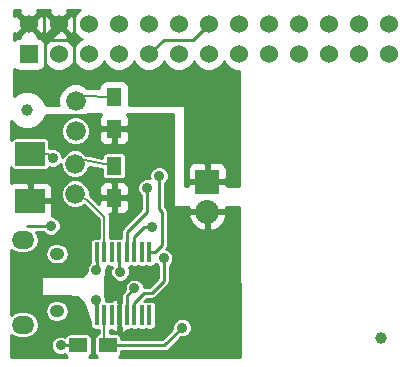
<source format=gtl>
G04 #@! TF.FileFunction,Copper,L1,Top,Signal*
%FSLAX46Y46*%
G04 Gerber Fmt 4.6, Leading zero omitted, Abs format (unit mm)*
G04 Created by KiCad (PCBNEW (after 2015-mar-04 BZR unknown)-product) date 8/7/2018 1:14:48 PM*
%MOMM*%
G01*
G04 APERTURE LIST*
%ADD10C,0.100000*%
%ADD11R,1.500000X1.250000*%
%ADD12R,2.500000X2.000000*%
%ADD13C,1.000000*%
%ADD14R,0.406400X1.651000*%
%ADD15R,1.524000X1.524000*%
%ADD16C,1.524000*%
%ADD17C,1.676400*%
%ADD18R,1.300000X1.500000*%
%ADD19R,2.032000X2.032000*%
%ADD20O,2.032000X2.032000*%
%ADD21O,1.900000X1.524000*%
%ADD22O,1.250000X1.050000*%
%ADD23C,0.889000*%
%ADD24C,0.254000*%
%ADD25C,0.203200*%
G04 APERTURE END LIST*
D10*
D11*
X8616000Y-29083000D03*
X6116000Y-29083000D03*
D12*
X2032000Y-16859000D03*
X2032000Y-12859000D03*
D13*
X1778000Y-9144000D03*
X31750000Y-28448000D03*
D14*
X10223500Y-21209000D03*
X9588500Y-21209000D03*
X8953500Y-21209000D03*
X8318500Y-21209000D03*
X12128500Y-26543000D03*
X12128500Y-21209000D03*
X11493500Y-21209000D03*
X10858500Y-21209000D03*
X7683500Y-26543000D03*
X8318500Y-26543000D03*
X8953500Y-26543000D03*
X9588500Y-26543000D03*
X10223500Y-26543000D03*
X10858500Y-26543000D03*
X7683500Y-21209000D03*
X11493500Y-26543000D03*
D15*
X1905000Y-4445000D03*
D16*
X1905000Y-1905000D03*
X4445000Y-4445000D03*
X4445000Y-1905000D03*
X6985000Y-4445000D03*
X6985000Y-1905000D03*
X9525000Y-4445000D03*
X9525000Y-1905000D03*
X12065000Y-4445000D03*
X12065000Y-1905000D03*
X14605000Y-4445000D03*
X14605000Y-1905000D03*
X17145000Y-4445000D03*
X17145000Y-1905000D03*
X19685000Y-4445000D03*
X19685000Y-1905000D03*
X22225000Y-4445000D03*
X22225000Y-1905000D03*
X24765000Y-4445000D03*
X24765000Y-1905000D03*
X27305000Y-4445000D03*
X27305000Y-1905000D03*
X29845000Y-4445000D03*
X29845000Y-1905000D03*
X32385000Y-4445000D03*
X32385000Y-1905000D03*
D17*
X5842000Y-13716000D03*
X5842000Y-16256000D03*
X5880000Y-8380000D03*
X5880000Y-10920000D03*
D18*
X9144000Y-16590000D03*
X9144000Y-13890000D03*
X9144000Y-10748000D03*
X9144000Y-8048000D03*
D19*
X17018000Y-15240000D03*
D20*
X17018000Y-17780000D03*
D21*
X1397000Y-27349000D03*
X1397000Y-20149000D03*
D22*
X4297000Y-26174000D03*
X4297000Y-21324000D03*
D23*
X3790000Y-18960000D03*
X12382500Y-19050000D03*
X14908000Y-27584000D03*
X9398000Y-24892000D03*
X5969000Y-25654000D03*
X7620000Y-25240000D03*
X7650000Y-22740000D03*
X3937000Y-13208000D03*
X4622800Y-29083000D03*
X10858500Y-24257000D03*
X9652000Y-22860000D03*
X11938000Y-15748000D03*
X13335000Y-21717000D03*
X12954000Y-14732000D03*
D24*
X3750000Y-19000000D02*
X3790000Y-18960000D01*
X1800000Y-19000000D02*
X3750000Y-19000000D01*
X10858500Y-21209000D02*
X10858500Y-19875500D01*
X11684000Y-19050000D02*
X12382500Y-19050000D01*
X10858500Y-19875500D02*
X11684000Y-19050000D01*
X8318500Y-29083000D02*
X13409000Y-29083000D01*
X13409000Y-29083000D02*
X14908000Y-27584000D01*
D25*
X8318500Y-26543000D02*
X8318500Y-29083000D01*
D24*
X4445000Y-1905000D02*
X4445000Y-2445000D01*
X4445000Y-2445000D02*
X3330000Y-3560000D01*
X3330000Y-3560000D02*
X3330000Y-5870000D01*
X3330000Y-5870000D02*
X3410000Y-5950000D01*
X3224000Y-3200000D02*
X3224000Y-914000D01*
X5764000Y-3200000D02*
X5764000Y-914000D01*
X3224000Y-3200000D02*
X5764000Y-3200000D01*
X5764000Y-3200000D02*
X5764000Y-5232000D01*
X1905000Y-1905000D02*
X1929000Y-1905000D01*
X1929000Y-1905000D02*
X3224000Y-3200000D01*
D25*
X9398000Y-24892000D02*
X9588500Y-25082500D01*
X9588500Y-25082500D02*
X9588500Y-26543000D01*
D24*
X7683500Y-25303500D02*
X7620000Y-25240000D01*
X7683500Y-26543000D02*
X7683500Y-25303500D01*
X7650000Y-22740000D02*
X7683500Y-22706500D01*
X7683500Y-22706500D02*
X7683500Y-21209000D01*
D25*
X2032000Y-12859000D02*
X3588000Y-12859000D01*
X3588000Y-12859000D02*
X3937000Y-13208000D01*
D24*
X6116000Y-29083000D02*
X4622800Y-29083000D01*
X5989000Y-29210000D02*
X6116000Y-29083000D01*
X12065000Y-4445000D02*
X12139000Y-4445000D01*
X12139000Y-4445000D02*
X13384000Y-3200000D01*
X13384000Y-3200000D02*
X15850000Y-3200000D01*
X15850000Y-3200000D02*
X17145000Y-1905000D01*
X9588500Y-22796500D02*
X9652000Y-22860000D01*
X9588500Y-21209000D02*
X9588500Y-22796500D01*
X10223500Y-24892000D02*
X10858500Y-24257000D01*
X10223500Y-24892000D02*
X10223500Y-26543000D01*
X9588500Y-21209000D02*
X9588500Y-22987000D01*
X10223500Y-21209000D02*
X10223500Y-19494500D01*
X11938000Y-17780000D02*
X11938000Y-15748000D01*
X10223500Y-19494500D02*
X11938000Y-17780000D01*
D25*
X6239500Y-13318500D02*
X5842000Y-13716000D01*
X9144000Y-13890000D02*
X6239500Y-13318500D01*
X6275500Y-7984500D02*
X5880000Y-8380000D01*
X9144000Y-8048000D02*
X6275500Y-7984500D01*
D24*
X5880000Y-10920000D02*
X5880000Y-10960000D01*
X11684000Y-24638000D02*
X12319000Y-24638000D01*
X12319000Y-24638000D02*
X13335000Y-23622000D01*
X13335000Y-23622000D02*
X13335000Y-21717000D01*
X10858500Y-25463500D02*
X11684000Y-24638000D01*
X10858500Y-26543000D02*
X10858500Y-25463500D01*
D25*
X8318500Y-21209000D02*
X8318500Y-18224500D01*
X6858000Y-16764000D02*
X5842000Y-16256000D01*
X8318500Y-18224500D02*
X6858000Y-16764000D01*
D24*
X12128500Y-21209000D02*
X12573000Y-21209000D01*
X12954000Y-17526000D02*
X12954000Y-14732000D01*
X13208000Y-17780000D02*
X12954000Y-17526000D01*
X13208000Y-20574000D02*
X13208000Y-17780000D01*
X12573000Y-21209000D02*
X13208000Y-20574000D01*
X12065000Y-1905000D02*
X12065000Y-2032000D01*
G36*
X6400512Y-3174949D02*
X6194697Y-3259990D01*
X5801371Y-3652630D01*
X5715050Y-3860512D01*
X5630010Y-3654697D01*
X5237370Y-3261371D01*
X5045272Y-3181605D01*
X5176143Y-3127397D01*
X5245608Y-2885213D01*
X4445000Y-2084605D01*
X4265395Y-2264210D01*
X4265395Y-1905000D01*
X3464787Y-1104392D01*
X3222603Y-1173857D01*
X3178547Y-1297344D01*
X3127397Y-1173857D01*
X2885213Y-1104392D01*
X2084605Y-1905000D01*
X2885213Y-2705608D01*
X3127397Y-2636143D01*
X3171452Y-2512655D01*
X3222603Y-2636143D01*
X3464787Y-2705608D01*
X4265395Y-1905000D01*
X4265395Y-2264210D01*
X3644392Y-2885213D01*
X3713857Y-3127397D01*
X3854317Y-3177508D01*
X3654697Y-3259990D01*
X3300892Y-3613177D01*
X3267463Y-3440877D01*
X3127673Y-3228073D01*
X2916640Y-3085623D01*
X2667000Y-3035560D01*
X2662484Y-3035560D01*
X2705608Y-2885213D01*
X1905000Y-2084605D01*
X1104392Y-2885213D01*
X1147515Y-3035560D01*
X1143000Y-3035560D01*
X900877Y-3082537D01*
X688073Y-3222327D01*
X685000Y-3226879D01*
X685000Y-2636830D01*
X924787Y-2705608D01*
X1725395Y-1905000D01*
X924787Y-1104392D01*
X685000Y-1173169D01*
X685000Y-685000D01*
X1173169Y-685000D01*
X1104392Y-924787D01*
X1905000Y-1725395D01*
X2705608Y-924787D01*
X2636830Y-685000D01*
X3713169Y-685000D01*
X3644392Y-924787D01*
X4445000Y-1725395D01*
X5245608Y-924787D01*
X5176830Y-685000D01*
X6279379Y-685000D01*
X6194697Y-719990D01*
X5801371Y-1112630D01*
X5721605Y-1304727D01*
X5667397Y-1173857D01*
X5425213Y-1104392D01*
X4624605Y-1905000D01*
X5425213Y-2705608D01*
X5667397Y-2636143D01*
X5717508Y-2495682D01*
X5799990Y-2695303D01*
X6192630Y-3088629D01*
X6400512Y-3174949D01*
X6400512Y-3174949D01*
G37*
X6400512Y-3174949D02*
X6194697Y-3259990D01*
X5801371Y-3652630D01*
X5715050Y-3860512D01*
X5630010Y-3654697D01*
X5237370Y-3261371D01*
X5045272Y-3181605D01*
X5176143Y-3127397D01*
X5245608Y-2885213D01*
X4445000Y-2084605D01*
X4265395Y-2264210D01*
X4265395Y-1905000D01*
X3464787Y-1104392D01*
X3222603Y-1173857D01*
X3178547Y-1297344D01*
X3127397Y-1173857D01*
X2885213Y-1104392D01*
X2084605Y-1905000D01*
X2885213Y-2705608D01*
X3127397Y-2636143D01*
X3171452Y-2512655D01*
X3222603Y-2636143D01*
X3464787Y-2705608D01*
X4265395Y-1905000D01*
X4265395Y-2264210D01*
X3644392Y-2885213D01*
X3713857Y-3127397D01*
X3854317Y-3177508D01*
X3654697Y-3259990D01*
X3300892Y-3613177D01*
X3267463Y-3440877D01*
X3127673Y-3228073D01*
X2916640Y-3085623D01*
X2667000Y-3035560D01*
X2662484Y-3035560D01*
X2705608Y-2885213D01*
X1905000Y-2084605D01*
X1104392Y-2885213D01*
X1147515Y-3035560D01*
X1143000Y-3035560D01*
X900877Y-3082537D01*
X688073Y-3222327D01*
X685000Y-3226879D01*
X685000Y-2636830D01*
X924787Y-2705608D01*
X1725395Y-1905000D01*
X924787Y-1104392D01*
X685000Y-1173169D01*
X685000Y-685000D01*
X1173169Y-685000D01*
X1104392Y-924787D01*
X1905000Y-1725395D01*
X2705608Y-924787D01*
X2636830Y-685000D01*
X3713169Y-685000D01*
X3644392Y-924787D01*
X4445000Y-1725395D01*
X5245608Y-924787D01*
X5176830Y-685000D01*
X6279379Y-685000D01*
X6194697Y-719990D01*
X5801371Y-1112630D01*
X5721605Y-1304727D01*
X5667397Y-1173857D01*
X5425213Y-1104392D01*
X4624605Y-1905000D01*
X5425213Y-2705608D01*
X5667397Y-2636143D01*
X5717508Y-2495682D01*
X5799990Y-2695303D01*
X6192630Y-3088629D01*
X6400512Y-3174949D01*
G36*
X19685000Y-15621000D02*
X18669000Y-15621000D01*
X18669000Y-15525750D01*
X18669000Y-14954250D01*
X18669000Y-14350309D01*
X18669000Y-14097690D01*
X18572327Y-13864301D01*
X18393698Y-13685673D01*
X18160309Y-13589000D01*
X17303750Y-13589000D01*
X17145000Y-13747750D01*
X17145000Y-15113000D01*
X18510250Y-15113000D01*
X18669000Y-14954250D01*
X18669000Y-15525750D01*
X18510250Y-15367000D01*
X17145000Y-15367000D01*
X17145000Y-15387000D01*
X16891000Y-15387000D01*
X16891000Y-15367000D01*
X16891000Y-15113000D01*
X16891000Y-13747750D01*
X16732250Y-13589000D01*
X15875691Y-13589000D01*
X15642302Y-13685673D01*
X15463673Y-13864301D01*
X15367000Y-14097690D01*
X15367000Y-14350309D01*
X15367000Y-14954250D01*
X15525750Y-15113000D01*
X16891000Y-15113000D01*
X16891000Y-15367000D01*
X15525750Y-15367000D01*
X15367000Y-15525750D01*
X15367000Y-15621000D01*
X15113000Y-15621000D01*
X15113000Y-8763000D01*
X10441440Y-8763000D01*
X10441440Y-7298000D01*
X10394463Y-7055877D01*
X10254673Y-6843073D01*
X10043640Y-6700623D01*
X9794000Y-6650560D01*
X8494000Y-6650560D01*
X8251877Y-6697537D01*
X8039073Y-6837327D01*
X7896623Y-7048360D01*
X7849655Y-7282566D01*
X6843857Y-7260300D01*
X6715591Y-7131810D01*
X6174323Y-6907056D01*
X5588248Y-6906545D01*
X5046589Y-7130353D01*
X4631810Y-7544409D01*
X4407056Y-8085677D01*
X4406545Y-8671752D01*
X4444247Y-8763000D01*
X3380990Y-8763000D01*
X3158108Y-8223582D01*
X2700825Y-7765501D01*
X2103050Y-7517283D01*
X1455789Y-7516718D01*
X857582Y-7763892D01*
X685000Y-7936173D01*
X685000Y-5663731D01*
X893360Y-5804377D01*
X1143000Y-5854440D01*
X2667000Y-5854440D01*
X2909123Y-5807463D01*
X3121927Y-5667673D01*
X3264377Y-5456640D01*
X3300604Y-5275988D01*
X3652630Y-5628629D01*
X4165900Y-5841757D01*
X4721661Y-5842242D01*
X5235303Y-5630010D01*
X5628629Y-5237370D01*
X5714949Y-5029487D01*
X5799990Y-5235303D01*
X6192630Y-5628629D01*
X6705900Y-5841757D01*
X7261661Y-5842242D01*
X7775303Y-5630010D01*
X8168629Y-5237370D01*
X8254949Y-5029487D01*
X8339990Y-5235303D01*
X8732630Y-5628629D01*
X9245900Y-5841757D01*
X9801661Y-5842242D01*
X10315303Y-5630010D01*
X10708629Y-5237370D01*
X10794949Y-5029487D01*
X10879990Y-5235303D01*
X11272630Y-5628629D01*
X11785900Y-5841757D01*
X12341661Y-5842242D01*
X12855303Y-5630010D01*
X13248629Y-5237370D01*
X13334949Y-5029487D01*
X13419990Y-5235303D01*
X13812630Y-5628629D01*
X14325900Y-5841757D01*
X14881661Y-5842242D01*
X15395303Y-5630010D01*
X15788629Y-5237370D01*
X15874949Y-5029487D01*
X15959990Y-5235303D01*
X16352630Y-5628629D01*
X16865900Y-5841757D01*
X17421661Y-5842242D01*
X17935303Y-5630010D01*
X18328629Y-5237370D01*
X18414949Y-5029487D01*
X18499990Y-5235303D01*
X18892630Y-5628629D01*
X19405900Y-5841757D01*
X19685000Y-5842000D01*
X19685000Y-15621000D01*
X19685000Y-15621000D01*
G37*
X19685000Y-15621000D02*
X18669000Y-15621000D01*
X18669000Y-15525750D01*
X18669000Y-14954250D01*
X18669000Y-14350309D01*
X18669000Y-14097690D01*
X18572327Y-13864301D01*
X18393698Y-13685673D01*
X18160309Y-13589000D01*
X17303750Y-13589000D01*
X17145000Y-13747750D01*
X17145000Y-15113000D01*
X18510250Y-15113000D01*
X18669000Y-14954250D01*
X18669000Y-15525750D01*
X18510250Y-15367000D01*
X17145000Y-15367000D01*
X17145000Y-15387000D01*
X16891000Y-15387000D01*
X16891000Y-15367000D01*
X16891000Y-15113000D01*
X16891000Y-13747750D01*
X16732250Y-13589000D01*
X15875691Y-13589000D01*
X15642302Y-13685673D01*
X15463673Y-13864301D01*
X15367000Y-14097690D01*
X15367000Y-14350309D01*
X15367000Y-14954250D01*
X15525750Y-15113000D01*
X16891000Y-15113000D01*
X16891000Y-15367000D01*
X15525750Y-15367000D01*
X15367000Y-15525750D01*
X15367000Y-15621000D01*
X15113000Y-15621000D01*
X15113000Y-8763000D01*
X10441440Y-8763000D01*
X10441440Y-7298000D01*
X10394463Y-7055877D01*
X10254673Y-6843073D01*
X10043640Y-6700623D01*
X9794000Y-6650560D01*
X8494000Y-6650560D01*
X8251877Y-6697537D01*
X8039073Y-6837327D01*
X7896623Y-7048360D01*
X7849655Y-7282566D01*
X6843857Y-7260300D01*
X6715591Y-7131810D01*
X6174323Y-6907056D01*
X5588248Y-6906545D01*
X5046589Y-7130353D01*
X4631810Y-7544409D01*
X4407056Y-8085677D01*
X4406545Y-8671752D01*
X4444247Y-8763000D01*
X3380990Y-8763000D01*
X3158108Y-8223582D01*
X2700825Y-7765501D01*
X2103050Y-7517283D01*
X1455789Y-7516718D01*
X857582Y-7763892D01*
X685000Y-7936173D01*
X685000Y-5663731D01*
X893360Y-5804377D01*
X1143000Y-5854440D01*
X2667000Y-5854440D01*
X2909123Y-5807463D01*
X3121927Y-5667673D01*
X3264377Y-5456640D01*
X3300604Y-5275988D01*
X3652630Y-5628629D01*
X4165900Y-5841757D01*
X4721661Y-5842242D01*
X5235303Y-5630010D01*
X5628629Y-5237370D01*
X5714949Y-5029487D01*
X5799990Y-5235303D01*
X6192630Y-5628629D01*
X6705900Y-5841757D01*
X7261661Y-5842242D01*
X7775303Y-5630010D01*
X8168629Y-5237370D01*
X8254949Y-5029487D01*
X8339990Y-5235303D01*
X8732630Y-5628629D01*
X9245900Y-5841757D01*
X9801661Y-5842242D01*
X10315303Y-5630010D01*
X10708629Y-5237370D01*
X10794949Y-5029487D01*
X10879990Y-5235303D01*
X11272630Y-5628629D01*
X11785900Y-5841757D01*
X12341661Y-5842242D01*
X12855303Y-5630010D01*
X13248629Y-5237370D01*
X13334949Y-5029487D01*
X13419990Y-5235303D01*
X13812630Y-5628629D01*
X14325900Y-5841757D01*
X14881661Y-5842242D01*
X15395303Y-5630010D01*
X15788629Y-5237370D01*
X15874949Y-5029487D01*
X15959990Y-5235303D01*
X16352630Y-5628629D01*
X16865900Y-5841757D01*
X17421661Y-5842242D01*
X17935303Y-5630010D01*
X18328629Y-5237370D01*
X18414949Y-5029487D01*
X18499990Y-5235303D01*
X18892630Y-5628629D01*
X19405900Y-5841757D01*
X19685000Y-5842000D01*
X19685000Y-15621000D01*
G36*
X19808816Y-30049000D02*
X18623975Y-30049000D01*
X18623975Y-18162944D01*
X18504836Y-17907000D01*
X17145000Y-17907000D01*
X17145000Y-19267367D01*
X17400946Y-19385983D01*
X17986379Y-19117188D01*
X18424385Y-18644818D01*
X18623975Y-18162944D01*
X18623975Y-30049000D01*
X16891000Y-30049000D01*
X16891000Y-19267367D01*
X16891000Y-17907000D01*
X15531164Y-17907000D01*
X15412025Y-18162944D01*
X15611615Y-18644818D01*
X16049621Y-19117188D01*
X16635054Y-19385983D01*
X16891000Y-19267367D01*
X16891000Y-30049000D01*
X9540621Y-30049000D01*
X9638956Y-29984404D01*
X9724426Y-29857784D01*
X9754464Y-29708000D01*
X9754464Y-29591000D01*
X13409000Y-29591000D01*
X13603403Y-29552331D01*
X13768210Y-29442210D01*
X14801012Y-28409407D01*
X15071482Y-28409643D01*
X15374998Y-28284233D01*
X15607417Y-28052219D01*
X15733357Y-27748923D01*
X15733643Y-27420518D01*
X15608233Y-27117002D01*
X15376219Y-26884583D01*
X15072923Y-26758643D01*
X14744518Y-26758357D01*
X14441002Y-26883767D01*
X14208583Y-27115781D01*
X14082643Y-27419077D01*
X14082406Y-27691173D01*
X13198580Y-28575000D01*
X9754464Y-28575000D01*
X9754464Y-28458000D01*
X9726278Y-28312726D01*
X9642404Y-28185044D01*
X9515784Y-28099574D01*
X9366000Y-28069536D01*
X8801100Y-28069536D01*
X8801100Y-27756964D01*
X8875738Y-27756964D01*
X9025602Y-27906827D01*
X9258991Y-28003500D01*
X9328150Y-28003500D01*
X9486900Y-27844750D01*
X9486900Y-27560099D01*
X9515126Y-27518284D01*
X9545164Y-27368500D01*
X9545164Y-25717500D01*
X9516978Y-25572226D01*
X9486900Y-25526438D01*
X9486900Y-25241250D01*
X9328150Y-25082500D01*
X9258991Y-25082500D01*
X9025602Y-25179173D01*
X8875738Y-25329036D01*
X8750300Y-25329036D01*
X8634110Y-25351579D01*
X8521700Y-25329036D01*
X8445423Y-25329036D01*
X8445643Y-25076518D01*
X8382000Y-24922489D01*
X8382000Y-23377026D01*
X8435852Y-23000060D01*
X8475357Y-22904923D01*
X8475515Y-22722415D01*
X8518294Y-22422964D01*
X8521700Y-22422964D01*
X8637889Y-22400420D01*
X8750300Y-22422964D01*
X8939634Y-22422964D01*
X8826643Y-22695077D01*
X8826357Y-23023482D01*
X8951767Y-23326998D01*
X9183781Y-23559417D01*
X9487077Y-23685357D01*
X9815482Y-23685643D01*
X10118998Y-23560233D01*
X10351417Y-23328219D01*
X10477357Y-23024923D01*
X10477643Y-22696518D01*
X10364613Y-22422964D01*
X10426700Y-22422964D01*
X10542889Y-22400420D01*
X10655300Y-22422964D01*
X11061700Y-22422964D01*
X11177889Y-22400420D01*
X11290300Y-22422964D01*
X11696700Y-22422964D01*
X11812889Y-22400420D01*
X11925300Y-22422964D01*
X12331700Y-22422964D01*
X12476974Y-22394778D01*
X12604656Y-22310904D01*
X12667908Y-22217197D01*
X12827000Y-22376566D01*
X12827000Y-23411580D01*
X12108580Y-24130000D01*
X11684111Y-24130000D01*
X11684143Y-24093518D01*
X11558733Y-23790002D01*
X11326719Y-23557583D01*
X11023423Y-23431643D01*
X10695018Y-23431357D01*
X10391502Y-23556767D01*
X10159083Y-23788781D01*
X10033143Y-24092077D01*
X10032906Y-24364173D01*
X9864290Y-24532790D01*
X9754169Y-24697597D01*
X9715500Y-24892000D01*
X9715500Y-25215850D01*
X9690100Y-25241250D01*
X9690100Y-25525900D01*
X9661874Y-25567716D01*
X9631836Y-25717500D01*
X9631836Y-27368500D01*
X9660022Y-27513774D01*
X9690100Y-27559561D01*
X9690100Y-27844750D01*
X9848850Y-28003500D01*
X9918009Y-28003500D01*
X10151398Y-27906827D01*
X10301261Y-27756964D01*
X10426700Y-27756964D01*
X10542889Y-27734420D01*
X10655300Y-27756964D01*
X11061700Y-27756964D01*
X11177889Y-27734420D01*
X11290300Y-27756964D01*
X11696700Y-27756964D01*
X11812889Y-27734420D01*
X11925300Y-27756964D01*
X12331700Y-27756964D01*
X12476974Y-27728778D01*
X12604656Y-27644904D01*
X12690126Y-27518284D01*
X12720164Y-27368500D01*
X12720164Y-25717500D01*
X12691978Y-25572226D01*
X12608104Y-25444544D01*
X12481484Y-25359074D01*
X12331700Y-25329036D01*
X11925300Y-25329036D01*
X11809110Y-25351579D01*
X11708931Y-25331488D01*
X11894420Y-25146000D01*
X12319000Y-25146000D01*
X12513403Y-25107331D01*
X12678210Y-24997210D01*
X13694210Y-23981210D01*
X13804331Y-23816403D01*
X13843000Y-23622000D01*
X13843000Y-22376302D01*
X14034417Y-22185219D01*
X14160357Y-21881923D01*
X14160643Y-21553518D01*
X14035233Y-21250002D01*
X13803219Y-21017583D01*
X13574338Y-20922543D01*
X13677331Y-20768403D01*
X13716000Y-20574000D01*
X13716000Y-17780000D01*
X13683746Y-17617849D01*
X13677331Y-17585597D01*
X13677331Y-17585596D01*
X13567210Y-17420790D01*
X13462000Y-17315580D01*
X13462000Y-15391302D01*
X13653417Y-15200219D01*
X13779357Y-14896923D01*
X13779643Y-14568518D01*
X13654233Y-14265002D01*
X13422219Y-14032583D01*
X13118923Y-13906643D01*
X12790518Y-13906357D01*
X12487002Y-14031767D01*
X12254583Y-14263781D01*
X12128643Y-14567077D01*
X12128357Y-14895482D01*
X12147171Y-14941016D01*
X12102923Y-14922643D01*
X11774518Y-14922357D01*
X11471002Y-15047767D01*
X11238583Y-15279781D01*
X11112643Y-15583077D01*
X11112357Y-15911482D01*
X11237767Y-16214998D01*
X11430000Y-16407566D01*
X11430000Y-17569580D01*
X10429000Y-18570580D01*
X10429000Y-17466309D01*
X10429000Y-16875750D01*
X10429000Y-16304250D01*
X10429000Y-15713691D01*
X10429000Y-11624309D01*
X10429000Y-11033750D01*
X10270250Y-10875000D01*
X9271000Y-10875000D01*
X9271000Y-11974250D01*
X9429750Y-12133000D01*
X9667691Y-12133000D01*
X9920310Y-12133000D01*
X10153699Y-12036327D01*
X10332327Y-11857698D01*
X10429000Y-11624309D01*
X10429000Y-15713691D01*
X10332327Y-15480302D01*
X10153699Y-15301673D01*
X9920310Y-15205000D01*
X9667691Y-15205000D01*
X9429750Y-15205000D01*
X9271000Y-15363750D01*
X9271000Y-16463000D01*
X10270250Y-16463000D01*
X10429000Y-16304250D01*
X10429000Y-16875750D01*
X10270250Y-16717000D01*
X9271000Y-16717000D01*
X9271000Y-17816250D01*
X9429750Y-17975000D01*
X9667691Y-17975000D01*
X9920310Y-17975000D01*
X10153699Y-17878327D01*
X10332327Y-17699698D01*
X10429000Y-17466309D01*
X10429000Y-18570580D01*
X9864290Y-19135290D01*
X9754169Y-19300097D01*
X9715500Y-19494500D01*
X9715500Y-19995036D01*
X9385300Y-19995036D01*
X9269110Y-20017579D01*
X9156700Y-19995036D01*
X8801100Y-19995036D01*
X8801100Y-18224500D01*
X8764364Y-18039817D01*
X8721054Y-17975000D01*
X8858250Y-17975000D01*
X9017000Y-17816250D01*
X9017000Y-16717000D01*
X9017000Y-16463000D01*
X9017000Y-15363750D01*
X8858250Y-15205000D01*
X8620309Y-15205000D01*
X8367690Y-15205000D01*
X8134301Y-15301673D01*
X7955673Y-15480302D01*
X7859000Y-15713691D01*
X7859000Y-16304250D01*
X8017750Y-16463000D01*
X9017000Y-16463000D01*
X9017000Y-16717000D01*
X8017750Y-16717000D01*
X7859000Y-16875750D01*
X7859000Y-17082500D01*
X7199250Y-16422750D01*
X7134930Y-16379773D01*
X7073826Y-16332350D01*
X7061139Y-16326006D01*
X7061412Y-16014550D01*
X6876191Y-15566281D01*
X6533523Y-15223015D01*
X6085578Y-15037012D01*
X5600550Y-15036588D01*
X5152281Y-15221809D01*
X4809015Y-15564477D01*
X4623012Y-16012422D01*
X4622588Y-16497450D01*
X4807809Y-16945719D01*
X5150477Y-17288985D01*
X5598422Y-17474988D01*
X6083450Y-17475412D01*
X6531719Y-17290191D01*
X6616779Y-17205279D01*
X7835900Y-18424400D01*
X7835900Y-19995036D01*
X7480300Y-19995036D01*
X7335026Y-20023222D01*
X7269904Y-20066000D01*
X7247748Y-20066000D01*
X7246657Y-20081271D01*
X7207344Y-20107096D01*
X7121874Y-20233716D01*
X7091836Y-20383500D01*
X7091836Y-22034500D01*
X7107484Y-22115153D01*
X6950583Y-22271781D01*
X6824643Y-22575077D01*
X6824459Y-22785947D01*
X6419969Y-23241000D01*
X5322709Y-23241000D01*
X5322709Y-21324000D01*
X5253744Y-20977289D01*
X5057348Y-20683361D01*
X4763420Y-20486965D01*
X4416709Y-20418000D01*
X4177291Y-20418000D01*
X3830580Y-20486965D01*
X3536652Y-20683361D01*
X3340256Y-20977289D01*
X3271291Y-21324000D01*
X3340256Y-21670711D01*
X3536652Y-21964639D01*
X3830580Y-22161035D01*
X4177291Y-22230000D01*
X4416709Y-22230000D01*
X4763420Y-22161035D01*
X5057348Y-21964639D01*
X5253744Y-21670711D01*
X5322709Y-21324000D01*
X5322709Y-23241000D01*
X2921000Y-23241000D01*
X2921000Y-24892000D01*
X5072093Y-24892000D01*
X6037009Y-25012615D01*
X6619102Y-25594707D01*
X7091836Y-27107455D01*
X7091836Y-27368500D01*
X7120022Y-27513774D01*
X7203896Y-27641456D01*
X7330516Y-27726926D01*
X7480300Y-27756964D01*
X7835900Y-27756964D01*
X7835900Y-28075375D01*
X7720726Y-28097722D01*
X7593044Y-28181596D01*
X7507574Y-28308216D01*
X7477536Y-28458000D01*
X7477536Y-29708000D01*
X7505722Y-29853274D01*
X7589596Y-29980956D01*
X7690400Y-30049000D01*
X7040621Y-30049000D01*
X7138956Y-29984404D01*
X7224426Y-29857784D01*
X7254464Y-29708000D01*
X7254464Y-28458000D01*
X7226278Y-28312726D01*
X7142404Y-28185044D01*
X7015784Y-28099574D01*
X6866000Y-28069536D01*
X5366000Y-28069536D01*
X5322709Y-28077935D01*
X5322709Y-26174000D01*
X5253744Y-25827289D01*
X5057348Y-25533361D01*
X4763420Y-25336965D01*
X4416709Y-25268000D01*
X4177291Y-25268000D01*
X3830580Y-25336965D01*
X3536652Y-25533361D01*
X3340256Y-25827289D01*
X3271291Y-26174000D01*
X3340256Y-26520711D01*
X3536652Y-26814639D01*
X3830580Y-27011035D01*
X4177291Y-27080000D01*
X4416709Y-27080000D01*
X4763420Y-27011035D01*
X5057348Y-26814639D01*
X5253744Y-26520711D01*
X5322709Y-26174000D01*
X5322709Y-28077935D01*
X5220726Y-28097722D01*
X5093044Y-28181596D01*
X5007574Y-28308216D01*
X5000036Y-28345803D01*
X4787723Y-28257643D01*
X4459318Y-28257357D01*
X4155802Y-28382767D01*
X3923383Y-28614781D01*
X3797443Y-28918077D01*
X3797157Y-29246482D01*
X3922567Y-29549998D01*
X4154581Y-29782417D01*
X4457877Y-29908357D01*
X4786282Y-29908643D01*
X4999381Y-29820592D01*
X5005722Y-29853274D01*
X5089596Y-29980956D01*
X5190400Y-30049000D01*
X431000Y-30049000D01*
X431000Y-28194840D01*
X745517Y-28404994D01*
X1182924Y-28492000D01*
X1611076Y-28492000D01*
X2048483Y-28404994D01*
X2419299Y-28157223D01*
X2667070Y-27786407D01*
X2754076Y-27349000D01*
X2667070Y-26911593D01*
X2419299Y-26540777D01*
X2048483Y-26293006D01*
X1611076Y-26206000D01*
X1182924Y-26206000D01*
X745517Y-26293006D01*
X431000Y-26503159D01*
X431000Y-20994840D01*
X745517Y-21204994D01*
X1182924Y-21292000D01*
X1611076Y-21292000D01*
X2048483Y-21204994D01*
X2419299Y-20957223D01*
X2667070Y-20586407D01*
X2754076Y-20149000D01*
X2667070Y-19711593D01*
X2531033Y-19508000D01*
X3170627Y-19508000D01*
X3321781Y-19659417D01*
X3625077Y-19785357D01*
X3953482Y-19785643D01*
X4256998Y-19660233D01*
X4489417Y-19428219D01*
X4615357Y-19124923D01*
X4615643Y-18796518D01*
X4490233Y-18493002D01*
X4258219Y-18260583D01*
X3954923Y-18134643D01*
X3855179Y-18134556D01*
X3917000Y-17985309D01*
X3917000Y-17144750D01*
X3917000Y-16573250D01*
X3917000Y-15732691D01*
X3820327Y-15499302D01*
X3641699Y-15320673D01*
X3408310Y-15224000D01*
X3155691Y-15224000D01*
X2317750Y-15224000D01*
X2159000Y-15382750D01*
X2159000Y-16732000D01*
X3758250Y-16732000D01*
X3917000Y-16573250D01*
X3917000Y-17144750D01*
X3758250Y-16986000D01*
X2159000Y-16986000D01*
X2159000Y-17006000D01*
X1905000Y-17006000D01*
X1905000Y-16986000D01*
X1885000Y-16986000D01*
X1885000Y-16732000D01*
X1905000Y-16732000D01*
X1905000Y-15382750D01*
X1746250Y-15224000D01*
X908309Y-15224000D01*
X655690Y-15224000D01*
X431000Y-15317069D01*
X431000Y-14018397D01*
X505596Y-14131956D01*
X632216Y-14217426D01*
X782000Y-14247464D01*
X3282000Y-14247464D01*
X3427274Y-14219278D01*
X3554956Y-14135404D01*
X3640426Y-14008784D01*
X3645997Y-13981003D01*
X3772077Y-14033357D01*
X4100482Y-14033643D01*
X4403998Y-13908233D01*
X4622821Y-13689790D01*
X4622588Y-13957450D01*
X4807809Y-14405719D01*
X5150477Y-14748985D01*
X5598422Y-14934988D01*
X6083450Y-14935412D01*
X6531719Y-14750191D01*
X6874985Y-14407523D01*
X7056222Y-13971055D01*
X8105536Y-14177521D01*
X8105536Y-14640000D01*
X8133722Y-14785274D01*
X8217596Y-14912956D01*
X8344216Y-14998426D01*
X8494000Y-15028464D01*
X9794000Y-15028464D01*
X9939274Y-15000278D01*
X10066956Y-14916404D01*
X10152426Y-14789784D01*
X10182464Y-14640000D01*
X10182464Y-13140000D01*
X10154278Y-12994726D01*
X10070404Y-12867044D01*
X9943784Y-12781574D01*
X9794000Y-12751536D01*
X9017000Y-12751536D01*
X9017000Y-11974250D01*
X9017000Y-10875000D01*
X8017750Y-10875000D01*
X7859000Y-11033750D01*
X7859000Y-11624309D01*
X7955673Y-11857698D01*
X8134301Y-12036327D01*
X8367690Y-12133000D01*
X8620309Y-12133000D01*
X8858250Y-12133000D01*
X9017000Y-11974250D01*
X9017000Y-12751536D01*
X8494000Y-12751536D01*
X8348726Y-12779722D01*
X8221044Y-12863596D01*
X8135574Y-12990216D01*
X8105536Y-13140000D01*
X8105536Y-13193814D01*
X7099412Y-12995845D01*
X7099412Y-10678550D01*
X6914191Y-10230281D01*
X6571523Y-9887015D01*
X6123578Y-9701012D01*
X5638550Y-9700588D01*
X5190281Y-9885809D01*
X4847015Y-10228477D01*
X4661012Y-10676422D01*
X4660588Y-11161450D01*
X4845809Y-11609719D01*
X5188477Y-11952985D01*
X5636422Y-12138988D01*
X6121450Y-12139412D01*
X6569719Y-11954191D01*
X6912985Y-11611523D01*
X7098988Y-11163578D01*
X7099412Y-10678550D01*
X7099412Y-12995845D01*
X6783819Y-12933748D01*
X6533523Y-12683015D01*
X6085578Y-12497012D01*
X5600550Y-12496588D01*
X5152281Y-12681809D01*
X4809015Y-13024477D01*
X4762563Y-13136345D01*
X4762643Y-13044518D01*
X4637233Y-12741002D01*
X4405219Y-12508583D01*
X4101923Y-12382643D01*
X3773518Y-12382357D01*
X3722962Y-12403245D01*
X3670464Y-12392803D01*
X3670464Y-11859000D01*
X3642278Y-11713726D01*
X3558404Y-11586044D01*
X3431784Y-11500574D01*
X3282000Y-11470536D01*
X782000Y-11470536D01*
X636726Y-11498722D01*
X509044Y-11582596D01*
X431000Y-11698214D01*
X431000Y-10097583D01*
X855175Y-10522499D01*
X1452950Y-10770717D01*
X2100211Y-10771282D01*
X2698418Y-10524108D01*
X3156499Y-10066825D01*
X3352744Y-9594212D01*
X5534338Y-9556599D01*
X5636422Y-9598988D01*
X6121450Y-9599412D01*
X6255142Y-9544171D01*
X7367095Y-9525000D01*
X8068974Y-9525000D01*
X7955673Y-9638302D01*
X7859000Y-9871691D01*
X7859000Y-10462250D01*
X8017750Y-10621000D01*
X9017000Y-10621000D01*
X9017000Y-10601000D01*
X9271000Y-10601000D01*
X9271000Y-10621000D01*
X10270250Y-10621000D01*
X10429000Y-10462250D01*
X10429000Y-9871691D01*
X10332327Y-9638302D01*
X10219025Y-9525000D01*
X14097000Y-9525000D01*
X14097000Y-17399000D01*
X15412929Y-17399000D01*
X15531164Y-17653000D01*
X16891000Y-17653000D01*
X16891000Y-17633000D01*
X17145000Y-17633000D01*
X17145000Y-17653000D01*
X18504836Y-17653000D01*
X18623070Y-17399000D01*
X19686225Y-17399000D01*
X19808816Y-30049000D01*
X19808816Y-30049000D01*
G37*
X19808816Y-30049000D02*
X18623975Y-30049000D01*
X18623975Y-18162944D01*
X18504836Y-17907000D01*
X17145000Y-17907000D01*
X17145000Y-19267367D01*
X17400946Y-19385983D01*
X17986379Y-19117188D01*
X18424385Y-18644818D01*
X18623975Y-18162944D01*
X18623975Y-30049000D01*
X16891000Y-30049000D01*
X16891000Y-19267367D01*
X16891000Y-17907000D01*
X15531164Y-17907000D01*
X15412025Y-18162944D01*
X15611615Y-18644818D01*
X16049621Y-19117188D01*
X16635054Y-19385983D01*
X16891000Y-19267367D01*
X16891000Y-30049000D01*
X9540621Y-30049000D01*
X9638956Y-29984404D01*
X9724426Y-29857784D01*
X9754464Y-29708000D01*
X9754464Y-29591000D01*
X13409000Y-29591000D01*
X13603403Y-29552331D01*
X13768210Y-29442210D01*
X14801012Y-28409407D01*
X15071482Y-28409643D01*
X15374998Y-28284233D01*
X15607417Y-28052219D01*
X15733357Y-27748923D01*
X15733643Y-27420518D01*
X15608233Y-27117002D01*
X15376219Y-26884583D01*
X15072923Y-26758643D01*
X14744518Y-26758357D01*
X14441002Y-26883767D01*
X14208583Y-27115781D01*
X14082643Y-27419077D01*
X14082406Y-27691173D01*
X13198580Y-28575000D01*
X9754464Y-28575000D01*
X9754464Y-28458000D01*
X9726278Y-28312726D01*
X9642404Y-28185044D01*
X9515784Y-28099574D01*
X9366000Y-28069536D01*
X8801100Y-28069536D01*
X8801100Y-27756964D01*
X8875738Y-27756964D01*
X9025602Y-27906827D01*
X9258991Y-28003500D01*
X9328150Y-28003500D01*
X9486900Y-27844750D01*
X9486900Y-27560099D01*
X9515126Y-27518284D01*
X9545164Y-27368500D01*
X9545164Y-25717500D01*
X9516978Y-25572226D01*
X9486900Y-25526438D01*
X9486900Y-25241250D01*
X9328150Y-25082500D01*
X9258991Y-25082500D01*
X9025602Y-25179173D01*
X8875738Y-25329036D01*
X8750300Y-25329036D01*
X8634110Y-25351579D01*
X8521700Y-25329036D01*
X8445423Y-25329036D01*
X8445643Y-25076518D01*
X8382000Y-24922489D01*
X8382000Y-23377026D01*
X8435852Y-23000060D01*
X8475357Y-22904923D01*
X8475515Y-22722415D01*
X8518294Y-22422964D01*
X8521700Y-22422964D01*
X8637889Y-22400420D01*
X8750300Y-22422964D01*
X8939634Y-22422964D01*
X8826643Y-22695077D01*
X8826357Y-23023482D01*
X8951767Y-23326998D01*
X9183781Y-23559417D01*
X9487077Y-23685357D01*
X9815482Y-23685643D01*
X10118998Y-23560233D01*
X10351417Y-23328219D01*
X10477357Y-23024923D01*
X10477643Y-22696518D01*
X10364613Y-22422964D01*
X10426700Y-22422964D01*
X10542889Y-22400420D01*
X10655300Y-22422964D01*
X11061700Y-22422964D01*
X11177889Y-22400420D01*
X11290300Y-22422964D01*
X11696700Y-22422964D01*
X11812889Y-22400420D01*
X11925300Y-22422964D01*
X12331700Y-22422964D01*
X12476974Y-22394778D01*
X12604656Y-22310904D01*
X12667908Y-22217197D01*
X12827000Y-22376566D01*
X12827000Y-23411580D01*
X12108580Y-24130000D01*
X11684111Y-24130000D01*
X11684143Y-24093518D01*
X11558733Y-23790002D01*
X11326719Y-23557583D01*
X11023423Y-23431643D01*
X10695018Y-23431357D01*
X10391502Y-23556767D01*
X10159083Y-23788781D01*
X10033143Y-24092077D01*
X10032906Y-24364173D01*
X9864290Y-24532790D01*
X9754169Y-24697597D01*
X9715500Y-24892000D01*
X9715500Y-25215850D01*
X9690100Y-25241250D01*
X9690100Y-25525900D01*
X9661874Y-25567716D01*
X9631836Y-25717500D01*
X9631836Y-27368500D01*
X9660022Y-27513774D01*
X9690100Y-27559561D01*
X9690100Y-27844750D01*
X9848850Y-28003500D01*
X9918009Y-28003500D01*
X10151398Y-27906827D01*
X10301261Y-27756964D01*
X10426700Y-27756964D01*
X10542889Y-27734420D01*
X10655300Y-27756964D01*
X11061700Y-27756964D01*
X11177889Y-27734420D01*
X11290300Y-27756964D01*
X11696700Y-27756964D01*
X11812889Y-27734420D01*
X11925300Y-27756964D01*
X12331700Y-27756964D01*
X12476974Y-27728778D01*
X12604656Y-27644904D01*
X12690126Y-27518284D01*
X12720164Y-27368500D01*
X12720164Y-25717500D01*
X12691978Y-25572226D01*
X12608104Y-25444544D01*
X12481484Y-25359074D01*
X12331700Y-25329036D01*
X11925300Y-25329036D01*
X11809110Y-25351579D01*
X11708931Y-25331488D01*
X11894420Y-25146000D01*
X12319000Y-25146000D01*
X12513403Y-25107331D01*
X12678210Y-24997210D01*
X13694210Y-23981210D01*
X13804331Y-23816403D01*
X13843000Y-23622000D01*
X13843000Y-22376302D01*
X14034417Y-22185219D01*
X14160357Y-21881923D01*
X14160643Y-21553518D01*
X14035233Y-21250002D01*
X13803219Y-21017583D01*
X13574338Y-20922543D01*
X13677331Y-20768403D01*
X13716000Y-20574000D01*
X13716000Y-17780000D01*
X13683746Y-17617849D01*
X13677331Y-17585597D01*
X13677331Y-17585596D01*
X13567210Y-17420790D01*
X13462000Y-17315580D01*
X13462000Y-15391302D01*
X13653417Y-15200219D01*
X13779357Y-14896923D01*
X13779643Y-14568518D01*
X13654233Y-14265002D01*
X13422219Y-14032583D01*
X13118923Y-13906643D01*
X12790518Y-13906357D01*
X12487002Y-14031767D01*
X12254583Y-14263781D01*
X12128643Y-14567077D01*
X12128357Y-14895482D01*
X12147171Y-14941016D01*
X12102923Y-14922643D01*
X11774518Y-14922357D01*
X11471002Y-15047767D01*
X11238583Y-15279781D01*
X11112643Y-15583077D01*
X11112357Y-15911482D01*
X11237767Y-16214998D01*
X11430000Y-16407566D01*
X11430000Y-17569580D01*
X10429000Y-18570580D01*
X10429000Y-17466309D01*
X10429000Y-16875750D01*
X10429000Y-16304250D01*
X10429000Y-15713691D01*
X10429000Y-11624309D01*
X10429000Y-11033750D01*
X10270250Y-10875000D01*
X9271000Y-10875000D01*
X9271000Y-11974250D01*
X9429750Y-12133000D01*
X9667691Y-12133000D01*
X9920310Y-12133000D01*
X10153699Y-12036327D01*
X10332327Y-11857698D01*
X10429000Y-11624309D01*
X10429000Y-15713691D01*
X10332327Y-15480302D01*
X10153699Y-15301673D01*
X9920310Y-15205000D01*
X9667691Y-15205000D01*
X9429750Y-15205000D01*
X9271000Y-15363750D01*
X9271000Y-16463000D01*
X10270250Y-16463000D01*
X10429000Y-16304250D01*
X10429000Y-16875750D01*
X10270250Y-16717000D01*
X9271000Y-16717000D01*
X9271000Y-17816250D01*
X9429750Y-17975000D01*
X9667691Y-17975000D01*
X9920310Y-17975000D01*
X10153699Y-17878327D01*
X10332327Y-17699698D01*
X10429000Y-17466309D01*
X10429000Y-18570580D01*
X9864290Y-19135290D01*
X9754169Y-19300097D01*
X9715500Y-19494500D01*
X9715500Y-19995036D01*
X9385300Y-19995036D01*
X9269110Y-20017579D01*
X9156700Y-19995036D01*
X8801100Y-19995036D01*
X8801100Y-18224500D01*
X8764364Y-18039817D01*
X8721054Y-17975000D01*
X8858250Y-17975000D01*
X9017000Y-17816250D01*
X9017000Y-16717000D01*
X9017000Y-16463000D01*
X9017000Y-15363750D01*
X8858250Y-15205000D01*
X8620309Y-15205000D01*
X8367690Y-15205000D01*
X8134301Y-15301673D01*
X7955673Y-15480302D01*
X7859000Y-15713691D01*
X7859000Y-16304250D01*
X8017750Y-16463000D01*
X9017000Y-16463000D01*
X9017000Y-16717000D01*
X8017750Y-16717000D01*
X7859000Y-16875750D01*
X7859000Y-17082500D01*
X7199250Y-16422750D01*
X7134930Y-16379773D01*
X7073826Y-16332350D01*
X7061139Y-16326006D01*
X7061412Y-16014550D01*
X6876191Y-15566281D01*
X6533523Y-15223015D01*
X6085578Y-15037012D01*
X5600550Y-15036588D01*
X5152281Y-15221809D01*
X4809015Y-15564477D01*
X4623012Y-16012422D01*
X4622588Y-16497450D01*
X4807809Y-16945719D01*
X5150477Y-17288985D01*
X5598422Y-17474988D01*
X6083450Y-17475412D01*
X6531719Y-17290191D01*
X6616779Y-17205279D01*
X7835900Y-18424400D01*
X7835900Y-19995036D01*
X7480300Y-19995036D01*
X7335026Y-20023222D01*
X7269904Y-20066000D01*
X7247748Y-20066000D01*
X7246657Y-20081271D01*
X7207344Y-20107096D01*
X7121874Y-20233716D01*
X7091836Y-20383500D01*
X7091836Y-22034500D01*
X7107484Y-22115153D01*
X6950583Y-22271781D01*
X6824643Y-22575077D01*
X6824459Y-22785947D01*
X6419969Y-23241000D01*
X5322709Y-23241000D01*
X5322709Y-21324000D01*
X5253744Y-20977289D01*
X5057348Y-20683361D01*
X4763420Y-20486965D01*
X4416709Y-20418000D01*
X4177291Y-20418000D01*
X3830580Y-20486965D01*
X3536652Y-20683361D01*
X3340256Y-20977289D01*
X3271291Y-21324000D01*
X3340256Y-21670711D01*
X3536652Y-21964639D01*
X3830580Y-22161035D01*
X4177291Y-22230000D01*
X4416709Y-22230000D01*
X4763420Y-22161035D01*
X5057348Y-21964639D01*
X5253744Y-21670711D01*
X5322709Y-21324000D01*
X5322709Y-23241000D01*
X2921000Y-23241000D01*
X2921000Y-24892000D01*
X5072093Y-24892000D01*
X6037009Y-25012615D01*
X6619102Y-25594707D01*
X7091836Y-27107455D01*
X7091836Y-27368500D01*
X7120022Y-27513774D01*
X7203896Y-27641456D01*
X7330516Y-27726926D01*
X7480300Y-27756964D01*
X7835900Y-27756964D01*
X7835900Y-28075375D01*
X7720726Y-28097722D01*
X7593044Y-28181596D01*
X7507574Y-28308216D01*
X7477536Y-28458000D01*
X7477536Y-29708000D01*
X7505722Y-29853274D01*
X7589596Y-29980956D01*
X7690400Y-30049000D01*
X7040621Y-30049000D01*
X7138956Y-29984404D01*
X7224426Y-29857784D01*
X7254464Y-29708000D01*
X7254464Y-28458000D01*
X7226278Y-28312726D01*
X7142404Y-28185044D01*
X7015784Y-28099574D01*
X6866000Y-28069536D01*
X5366000Y-28069536D01*
X5322709Y-28077935D01*
X5322709Y-26174000D01*
X5253744Y-25827289D01*
X5057348Y-25533361D01*
X4763420Y-25336965D01*
X4416709Y-25268000D01*
X4177291Y-25268000D01*
X3830580Y-25336965D01*
X3536652Y-25533361D01*
X3340256Y-25827289D01*
X3271291Y-26174000D01*
X3340256Y-26520711D01*
X3536652Y-26814639D01*
X3830580Y-27011035D01*
X4177291Y-27080000D01*
X4416709Y-27080000D01*
X4763420Y-27011035D01*
X5057348Y-26814639D01*
X5253744Y-26520711D01*
X5322709Y-26174000D01*
X5322709Y-28077935D01*
X5220726Y-28097722D01*
X5093044Y-28181596D01*
X5007574Y-28308216D01*
X5000036Y-28345803D01*
X4787723Y-28257643D01*
X4459318Y-28257357D01*
X4155802Y-28382767D01*
X3923383Y-28614781D01*
X3797443Y-28918077D01*
X3797157Y-29246482D01*
X3922567Y-29549998D01*
X4154581Y-29782417D01*
X4457877Y-29908357D01*
X4786282Y-29908643D01*
X4999381Y-29820592D01*
X5005722Y-29853274D01*
X5089596Y-29980956D01*
X5190400Y-30049000D01*
X431000Y-30049000D01*
X431000Y-28194840D01*
X745517Y-28404994D01*
X1182924Y-28492000D01*
X1611076Y-28492000D01*
X2048483Y-28404994D01*
X2419299Y-28157223D01*
X2667070Y-27786407D01*
X2754076Y-27349000D01*
X2667070Y-26911593D01*
X2419299Y-26540777D01*
X2048483Y-26293006D01*
X1611076Y-26206000D01*
X1182924Y-26206000D01*
X745517Y-26293006D01*
X431000Y-26503159D01*
X431000Y-20994840D01*
X745517Y-21204994D01*
X1182924Y-21292000D01*
X1611076Y-21292000D01*
X2048483Y-21204994D01*
X2419299Y-20957223D01*
X2667070Y-20586407D01*
X2754076Y-20149000D01*
X2667070Y-19711593D01*
X2531033Y-19508000D01*
X3170627Y-19508000D01*
X3321781Y-19659417D01*
X3625077Y-19785357D01*
X3953482Y-19785643D01*
X4256998Y-19660233D01*
X4489417Y-19428219D01*
X4615357Y-19124923D01*
X4615643Y-18796518D01*
X4490233Y-18493002D01*
X4258219Y-18260583D01*
X3954923Y-18134643D01*
X3855179Y-18134556D01*
X3917000Y-17985309D01*
X3917000Y-17144750D01*
X3917000Y-16573250D01*
X3917000Y-15732691D01*
X3820327Y-15499302D01*
X3641699Y-15320673D01*
X3408310Y-15224000D01*
X3155691Y-15224000D01*
X2317750Y-15224000D01*
X2159000Y-15382750D01*
X2159000Y-16732000D01*
X3758250Y-16732000D01*
X3917000Y-16573250D01*
X3917000Y-17144750D01*
X3758250Y-16986000D01*
X2159000Y-16986000D01*
X2159000Y-17006000D01*
X1905000Y-17006000D01*
X1905000Y-16986000D01*
X1885000Y-16986000D01*
X1885000Y-16732000D01*
X1905000Y-16732000D01*
X1905000Y-15382750D01*
X1746250Y-15224000D01*
X908309Y-15224000D01*
X655690Y-15224000D01*
X431000Y-15317069D01*
X431000Y-14018397D01*
X505596Y-14131956D01*
X632216Y-14217426D01*
X782000Y-14247464D01*
X3282000Y-14247464D01*
X3427274Y-14219278D01*
X3554956Y-14135404D01*
X3640426Y-14008784D01*
X3645997Y-13981003D01*
X3772077Y-14033357D01*
X4100482Y-14033643D01*
X4403998Y-13908233D01*
X4622821Y-13689790D01*
X4622588Y-13957450D01*
X4807809Y-14405719D01*
X5150477Y-14748985D01*
X5598422Y-14934988D01*
X6083450Y-14935412D01*
X6531719Y-14750191D01*
X6874985Y-14407523D01*
X7056222Y-13971055D01*
X8105536Y-14177521D01*
X8105536Y-14640000D01*
X8133722Y-14785274D01*
X8217596Y-14912956D01*
X8344216Y-14998426D01*
X8494000Y-15028464D01*
X9794000Y-15028464D01*
X9939274Y-15000278D01*
X10066956Y-14916404D01*
X10152426Y-14789784D01*
X10182464Y-14640000D01*
X10182464Y-13140000D01*
X10154278Y-12994726D01*
X10070404Y-12867044D01*
X9943784Y-12781574D01*
X9794000Y-12751536D01*
X9017000Y-12751536D01*
X9017000Y-11974250D01*
X9017000Y-10875000D01*
X8017750Y-10875000D01*
X7859000Y-11033750D01*
X7859000Y-11624309D01*
X7955673Y-11857698D01*
X8134301Y-12036327D01*
X8367690Y-12133000D01*
X8620309Y-12133000D01*
X8858250Y-12133000D01*
X9017000Y-11974250D01*
X9017000Y-12751536D01*
X8494000Y-12751536D01*
X8348726Y-12779722D01*
X8221044Y-12863596D01*
X8135574Y-12990216D01*
X8105536Y-13140000D01*
X8105536Y-13193814D01*
X7099412Y-12995845D01*
X7099412Y-10678550D01*
X6914191Y-10230281D01*
X6571523Y-9887015D01*
X6123578Y-9701012D01*
X5638550Y-9700588D01*
X5190281Y-9885809D01*
X4847015Y-10228477D01*
X4661012Y-10676422D01*
X4660588Y-11161450D01*
X4845809Y-11609719D01*
X5188477Y-11952985D01*
X5636422Y-12138988D01*
X6121450Y-12139412D01*
X6569719Y-11954191D01*
X6912985Y-11611523D01*
X7098988Y-11163578D01*
X7099412Y-10678550D01*
X7099412Y-12995845D01*
X6783819Y-12933748D01*
X6533523Y-12683015D01*
X6085578Y-12497012D01*
X5600550Y-12496588D01*
X5152281Y-12681809D01*
X4809015Y-13024477D01*
X4762563Y-13136345D01*
X4762643Y-13044518D01*
X4637233Y-12741002D01*
X4405219Y-12508583D01*
X4101923Y-12382643D01*
X3773518Y-12382357D01*
X3722962Y-12403245D01*
X3670464Y-12392803D01*
X3670464Y-11859000D01*
X3642278Y-11713726D01*
X3558404Y-11586044D01*
X3431784Y-11500574D01*
X3282000Y-11470536D01*
X782000Y-11470536D01*
X636726Y-11498722D01*
X509044Y-11582596D01*
X431000Y-11698214D01*
X431000Y-10097583D01*
X855175Y-10522499D01*
X1452950Y-10770717D01*
X2100211Y-10771282D01*
X2698418Y-10524108D01*
X3156499Y-10066825D01*
X3352744Y-9594212D01*
X5534338Y-9556599D01*
X5636422Y-9598988D01*
X6121450Y-9599412D01*
X6255142Y-9544171D01*
X7367095Y-9525000D01*
X8068974Y-9525000D01*
X7955673Y-9638302D01*
X7859000Y-9871691D01*
X7859000Y-10462250D01*
X8017750Y-10621000D01*
X9017000Y-10621000D01*
X9017000Y-10601000D01*
X9271000Y-10601000D01*
X9271000Y-10621000D01*
X10270250Y-10621000D01*
X10429000Y-10462250D01*
X10429000Y-9871691D01*
X10332327Y-9638302D01*
X10219025Y-9525000D01*
X14097000Y-9525000D01*
X14097000Y-17399000D01*
X15412929Y-17399000D01*
X15531164Y-17653000D01*
X16891000Y-17653000D01*
X16891000Y-17633000D01*
X17145000Y-17633000D01*
X17145000Y-17653000D01*
X18504836Y-17653000D01*
X18623070Y-17399000D01*
X19686225Y-17399000D01*
X19808816Y-30049000D01*
M02*

</source>
